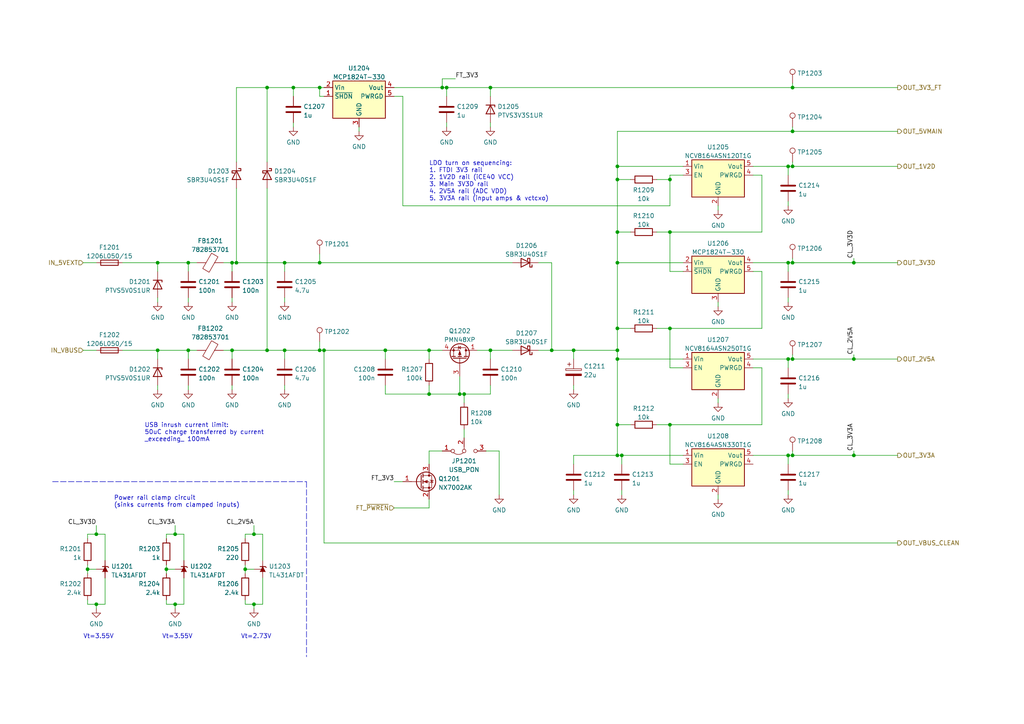
<source format=kicad_sch>
(kicad_sch (version 20211123) (generator eeschema)
  (paper "A4")
  (lib_symbols
    (symbol "Connector:TestPoint" (pin_numbers hide) (pin_names (offset 0.762) hide)
      (property "Reference" "TP" (at 0 6.858 0))
      (property "Value" "TestPoint" (at 0 5.08 0))
      (symbol "TestPoint_0_1"
        (circle (center 0 3.302) (radius 0.762))
      )
      (symbol "TestPoint_1_1"
        (pin passive line (at 0 0 90) (length 2.54) (name "1") (number "1"))
      )
    )
    (symbol "Device:C" (pin_numbers hide) (pin_names (offset 0.254))
      (property "Reference" "C" (at 0.635 2.54 0))
      (property "Value" "C" (at 0.635 -2.54 0))
      (symbol "C_0_1"
        (polyline (pts (xy -2.032 -0.762) (xy 2.032 -0.762)) (stroke (width 0.508)))
        (polyline (pts (xy -2.032 0.762) (xy 2.032 0.762)) (stroke (width 0.508)))
      )
      (symbol "C_1_1"
        (pin passive line (at 0 3.81 270) (length 2.794) (name "~") (number "1"))
        (pin passive line (at 0 -3.81 90) (length 2.794) (name "~") (number "2"))
      )
    )
    (symbol "Device:C_Polarized" (pin_numbers hide) (pin_names (offset 0.254))
      (property "Reference" "C" (at 0.635 2.54 0))
      (property "Value" "C_Polarized" (at 0.635 -2.54 0))
      (symbol "C_Polarized_0_1"
        (rectangle (start -2.286 0.508) (end 2.286 1.016))
        (polyline (pts (xy -1.778 2.286) (xy -0.762 2.286)))
        (polyline (pts (xy -1.27 2.794) (xy -1.27 1.778)))
        (rectangle (start 2.286 -0.508) (end -2.286 -1.016) (fill (type outline)))
      )
      (symbol "C_Polarized_1_1"
        (pin passive line (at 0 3.81 270) (length 2.794) (name "~") (number "1"))
        (pin passive line (at 0 -3.81 90) (length 2.794) (name "~") (number "2"))
      )
    )
    (symbol "Device:D_Schottky" (pin_numbers hide) (pin_names (offset 1.016) hide)
      (property "Reference" "D" (at 0 2.54 0))
      (property "Value" "D_Schottky" (at 0 -2.54 0))
      (symbol "D_Schottky_0_1"
        (polyline (pts (xy 1.27 0) (xy -1.27 0)))
        (polyline (pts (xy 1.27 1.27) (xy 1.27 -1.27) (xy -1.27 0) (xy 1.27 1.27)) (stroke (width 0.254)))
        (polyline (pts (xy -1.905 0.635) (xy -1.905 1.27) (xy -1.27 1.27) (xy -1.27 -1.27) (xy -0.635 -1.27) (xy -0.635 -0.635)) (stroke (width 0.254)))
      )
      (symbol "D_Schottky_1_1"
        (pin passive line (at -3.81 0 0) (length 2.54) (name "K") (number "1"))
        (pin passive line (at 3.81 0 180) (length 2.54) (name "A") (number "2"))
      )
    )
    (symbol "Device:D_Zener" (pin_numbers hide) (pin_names (offset 1.016) hide)
      (property "Reference" "D" (at 0 2.54 0))
      (property "Value" "D_Zener" (at 0 -2.54 0))
      (symbol "D_Zener_0_1"
        (polyline (pts (xy 1.27 0) (xy -1.27 0)))
        (polyline (pts (xy -1.27 -1.27) (xy -1.27 1.27) (xy -0.762 1.27)) (stroke (width 0.254)))
        (polyline (pts (xy 1.27 -1.27) (xy 1.27 1.27) (xy -1.27 0) (xy 1.27 -1.27)) (stroke (width 0.254)))
      )
      (symbol "D_Zener_1_1"
        (pin passive line (at -3.81 0 0) (length 2.54) (name "K") (number "1"))
        (pin passive line (at 3.81 0 180) (length 2.54) (name "A") (number "2"))
      )
    )
    (symbol "Device:FerriteBead" (pin_numbers hide) (pin_names (offset 0))
      (property "Reference" "FB" (at -3.81 0.635 90))
      (property "Value" "FerriteBead" (at 3.81 0 90))
      (symbol "FerriteBead_0_1"
        (polyline (pts (xy 0 -1.27) (xy 0 -1.2192)))
        (polyline (pts (xy 0 1.27) (xy 0 1.2954)))
        (polyline (pts (xy -2.7686 0.4064) (xy -1.7018 2.2606) (xy 2.7686 -0.3048) (xy 1.6764 -2.159) (xy -2.7686 0.4064)))
      )
      (symbol "FerriteBead_1_1"
        (pin passive line (at 0 3.81 270) (length 2.54) (name "~") (number "1"))
        (pin passive line (at 0 -3.81 90) (length 2.54) (name "~") (number "2"))
      )
    )
    (symbol "Device:Fuse" (pin_numbers hide) (pin_names (offset 0))
      (property "Reference" "F" (at 2.032 0 90))
      (property "Value" "Fuse" (at -1.905 0 90))
      (symbol "Fuse_0_1"
        (rectangle (start -0.762 -2.54) (end 0.762 2.54) (stroke (width 0.254)))
        (polyline (pts (xy 0 2.54) (xy 0 -2.54)))
      )
      (symbol "Fuse_1_1"
        (pin passive line (at 0 3.81 270) (length 1.27) (name "~") (number "1"))
        (pin passive line (at 0 -3.81 90) (length 1.27) (name "~") (number "2"))
      )
    )
    (symbol "Device:R" (pin_numbers hide) (pin_names (offset 0))
      (property "Reference" "R" (at 2.032 0 90))
      (property "Value" "R" (at 0 0 90))
      (symbol "R_0_1"
        (rectangle (start -1.016 -2.54) (end 1.016 2.54) (stroke (width 0.254)))
      )
      (symbol "R_1_1"
        (pin passive line (at 0 3.81 270) (length 1.27) (name "~") (number "1"))
        (pin passive line (at 0 -3.81 90) (length 1.27) (name "~") (number "2"))
      )
    )
    (symbol "Jumper:Jumper_3_Bridged12" (pin_names (offset 0) hide)
      (property "Reference" "JP" (at -2.54 -2.54 0))
      (property "Value" "Jumper_3_Bridged12" (at 0 2.794 0))
      (symbol "Jumper_3_Bridged12_0_0"
        (circle (center -3.302 0) (radius 0.508))
        (circle (center 0 0) (radius 0.508))
        (circle (center 3.302 0) (radius 0.508))
      )
      (symbol "Jumper_3_Bridged12_0_1"
        (arc (start -0.254 0.508) (mid -1.651 0.9912) (end -3.048 0.508))
        (polyline (pts (xy 0 -1.27) (xy 0 -0.508)))
      )
      (symbol "Jumper_3_Bridged12_1_1"
        (pin passive line (at -6.35 0 0) (length 2.54) (name "A") (number "1"))
        (pin passive line (at 0 -3.81 90) (length 2.54) (name "C") (number "2"))
        (pin passive line (at 6.35 0 180) (length 2.54) (name "B") (number "3"))
      )
    )
    (symbol "Reference_Voltage:TL431DBZ" (pin_numbers hide) (pin_names hide)
      (property "Reference" "U" (at -2.54 2.54 0))
      (property "Value" "TL431DBZ" (at 0 -2.54 0))
      (symbol "TL431DBZ_0_1"
        (polyline (pts (xy -1.27 0) (xy 0 0) (xy 1.27 0)))
        (polyline (pts (xy -0.762 0.762) (xy 0.762 0) (xy -0.762 -0.762)) (fill (type outline)))
        (polyline (pts (xy 0.508 -1.016) (xy 0.762 -0.762) (xy 0.762 0.762) (xy 0.762 0.762)) (stroke (width 0.254)))
      )
      (symbol "TL431DBZ_1_1"
        (pin passive line (at 2.54 0 180) (length 2.54) (name "K") (number "1"))
        (pin passive line (at 0 2.54 270) (length 2.54) (name "REF") (number "2"))
        (pin passive line (at -2.54 0 0) (length 2.54) (name "A") (number "3"))
      )
    )
    (symbol "Transistor_FET:2N7002" (pin_names hide)
      (property "Reference" "Q" (at 5.08 1.905 0))
      (property "Value" "2N7002" (at 5.08 0 0))
      (symbol "2N7002_0_1"
        (polyline (pts (xy 0.254 0) (xy -2.54 0)))
        (polyline (pts (xy 0.254 1.905) (xy 0.254 -1.905)) (stroke (width 0.254)))
        (polyline (pts (xy 0.762 -1.27) (xy 0.762 -2.286)) (stroke (width 0.254)))
        (polyline (pts (xy 0.762 0.508) (xy 0.762 -0.508)) (stroke (width 0.254)))
        (polyline (pts (xy 0.762 2.286) (xy 0.762 1.27)) (stroke (width 0.254)))
        (polyline (pts (xy 2.54 2.54) (xy 2.54 1.778)))
        (polyline (pts (xy 2.54 -2.54) (xy 2.54 0) (xy 0.762 0)))
        (polyline (pts (xy 0.762 -1.778) (xy 3.302 -1.778) (xy 3.302 1.778) (xy 0.762 1.778)))
        (polyline (pts (xy 1.016 0) (xy 2.032 0.381) (xy 2.032 -0.381) (xy 1.016 0)) (fill (type outline)))
        (polyline (pts (xy 2.794 0.508) (xy 2.921 0.381) (xy 3.683 0.381) (xy 3.81 0.254)))
        (polyline (pts (xy 3.302 0.381) (xy 2.921 -0.254) (xy 3.683 -0.254) (xy 3.302 0.381)))
        (circle (center 1.651 0) (radius 2.794) (stroke (width 0.254)))
        (circle (center 2.54 -1.778) (radius 0.254) (fill (type outline)))
        (circle (center 2.54 1.778) (radius 0.254) (fill (type outline)))
      )
      (symbol "2N7002_1_1"
        (pin input line (at -5.08 0 0) (length 2.54) (name "G") (number "1"))
        (pin passive line (at 2.54 -5.08 90) (length 2.54) (name "S") (number "2"))
        (pin passive line (at 2.54 5.08 270) (length 2.54) (name "D") (number "3"))
      )
    )
    (symbol "Transistor_FET:PMN48XP" (pin_names hide)
      (property "Reference" "Q" (at 5.08 2.54 0))
      (property "Value" "PMN48XP" (at 5.08 0 0))
      (symbol "PMN48XP_0_1"
        (polyline (pts (xy 0.254 0) (xy -2.54 0)))
        (polyline (pts (xy 0.254 1.905) (xy 0.254 -1.905)) (stroke (width 0.254)))
        (polyline (pts (xy 0.762 -1.27) (xy 0.762 -2.286)) (stroke (width 0.254)))
        (polyline (pts (xy 0.762 0.508) (xy 0.762 -0.508)) (stroke (width 0.254)))
        (polyline (pts (xy 0.762 2.286) (xy 0.762 1.27)) (stroke (width 0.254)))
        (polyline (pts (xy 2.54 2.54) (xy 2.54 1.778)))
        (polyline (pts (xy 2.54 -2.54) (xy 2.54 0) (xy 0.762 0)))
        (polyline (pts (xy 0.762 1.778) (xy 3.302 1.778) (xy 3.302 -1.778) (xy 0.762 -1.778)))
        (polyline (pts (xy 2.286 0) (xy 1.27 0.381) (xy 1.27 -0.381) (xy 2.286 0)) (fill (type outline)))
        (polyline (pts (xy 2.794 -0.508) (xy 2.921 -0.381) (xy 3.683 -0.381) (xy 3.81 -0.254)))
        (polyline (pts (xy 3.302 -0.381) (xy 2.921 0.254) (xy 3.683 0.254) (xy 3.302 -0.381)))
        (circle (center 1.651 0) (radius 2.794) (stroke (width 0.254)))
        (circle (center 2.54 -1.778) (radius 0.254) (fill (type outline)))
        (circle (center 2.54 1.778) (radius 0.254) (fill (type outline)))
      )
      (symbol "PMN48XP_1_1"
        (pin passive line (at 2.54 5.08 270) (length 2.54) (name "D") (number "1"))
        (pin passive line (at 2.54 5.08 270) (length 2.54) hide (name "D") (number "2"))
        (pin passive line (at -5.08 0 0) (length 2.54) (name "G") (number "3"))
        (pin passive line (at 2.54 -5.08 90) (length 2.54) (name "S") (number "4"))
        (pin passive line (at 2.54 5.08 270) (length 2.54) hide (name "D") (number "5"))
        (pin passive line (at 2.54 5.08 270) (length 2.54) hide (name "D") (number "6"))
      )
    )
    (symbol "power:GND" (power) (pin_names (offset 0))
      (property "Value" "GND" (at 0 -3.81 0))
      (symbol "GND_0_1"
        (polyline (pts (xy 0 0) (xy 0 -1.27) (xy 1.27 -1.27) (xy 0 -2.54) (xy -1.27 -1.27) (xy 0 -1.27)))
      )
      (symbol "GND_1_1"
        (pin power_in line (at 0 0 270) (length 0) hide (name "GND") (number "1"))
      )
    )
    (symbol "symbols:MCP1825"
      (property "Reference" "U" (at -6.35 3.175 0))
      (property "Value" "MCP1825" (at -2.54 3.175 0))
      (symbol "MCP1825_0_1"
        (rectangle (start -7.62 1.905) (end 7.62 -8.89) (stroke (width 0.254)) (fill (type background)))
      )
      (symbol "MCP1825_1_1"
        (pin input line (at -10.16 -2.54 0) (length 2.54) (name "~{SHDN}") (number "1"))
        (pin power_in line (at -10.16 0 0) (length 2.54) (name "Vin") (number "2"))
        (pin power_in line (at 0 -11.43 90) (length 2.54) (name "GND") (number "3"))
        (pin power_out line (at 10.16 0 180) (length 2.54) (name "Vout") (number "4"))
        (pin output line (at 10.16 -2.54 180) (length 2.54) (name "PWRGD") (number "5"))
        (pin power_in line (at 0 -11.43 90) (length 2.54) hide (name "GND") (number "6"))
      )
    )
    (symbol "symbols:NCV8164"
      (property "Reference" "U" (at -6.35 3.175 0))
      (property "Value" "NCV8164" (at -0.254 3.302 0))
      (symbol "NCV8164_0_1"
        (rectangle (start -7.62 1.905) (end 7.62 -8.89) (stroke (width 0.254)) (fill (type background)))
      )
      (symbol "NCV8164_1_1"
        (pin power_in line (at -10.16 0 0) (length 2.54) (name "Vin") (number "1"))
        (pin power_in line (at 0 -11.43 90) (length 2.54) (name "GND") (number "2"))
        (pin input line (at -10.16 -2.54 0) (length 2.54) (name "EN") (number "3"))
        (pin output line (at 10.16 -2.54 180) (length 2.54) (name "PWRGD") (number "4"))
        (pin power_out line (at 10.16 0 180) (length 2.54) (name "Vout") (number "5"))
      )
    )
  )
  (junction (at 111.76 101.6))
  (junction (at 27.94 175.26))
  (junction (at 179.07 123.19))
  (junction (at 179.07 52.07))
  (junction (at 82.55 101.6))
  (junction (at 73.66 154.94))
  (junction (at 179.07 132.08))
  (junction (at 228.6 104.14))
  (junction (at 92.71 101.6))
  (junction (at 194.31 52.07))
  (junction (at 85.09 25.4))
  (junction (at 77.47 101.6))
  (junction (at 134.62 114.3))
  (junction (at 194.31 95.25))
  (junction (at 27.94 154.94))
  (junction (at 194.31 123.19))
  (junction (at 228.6 76.2))
  (junction (at 229.87 48.26))
  (junction (at 50.8 154.94))
  (junction (at 50.8 175.26))
  (junction (at 179.07 101.6))
  (junction (at 179.07 95.25))
  (junction (at 73.66 175.26))
  (junction (at 133.35 114.3))
  (junction (at 228.6 48.26))
  (junction (at 229.87 104.14))
  (junction (at 166.37 101.6))
  (junction (at 160.02 101.6))
  (junction (at 77.47 25.4))
  (junction (at 180.34 132.08))
  (junction (at 247.65 76.2))
  (junction (at 67.31 76.2))
  (junction (at 54.61 76.2))
  (junction (at 128.27 25.4))
  (junction (at 129.54 25.4))
  (junction (at 229.87 76.2))
  (junction (at 45.72 76.2))
  (junction (at 247.65 132.08))
  (junction (at 229.87 132.08))
  (junction (at 229.87 38.1))
  (junction (at 124.46 101.6))
  (junction (at 71.12 165.1))
  (junction (at 93.98 101.6))
  (junction (at 68.58 76.2))
  (junction (at 124.46 114.3))
  (junction (at 229.87 25.4))
  (junction (at 179.07 104.14))
  (junction (at 92.71 76.2))
  (junction (at 45.72 101.6))
  (junction (at 48.26 165.1))
  (junction (at 247.65 104.14))
  (junction (at 67.31 101.6))
  (junction (at 179.07 48.26))
  (junction (at 142.24 101.6))
  (junction (at 25.4 165.1))
  (junction (at 142.24 25.4))
  (junction (at 179.07 76.2))
  (junction (at 54.61 101.6))
  (junction (at 179.07 67.31))
  (junction (at 228.6 132.08))
  (junction (at 194.31 67.31))
  (junction (at 92.71 25.4))
  (junction (at 82.55 76.2))
  (wire (pts (xy 208.28 115.57) (xy 208.28 116.84)))
  (wire (pts (xy 27.94 152.4) (xy 27.94 154.94)))
  (wire (pts (xy 54.61 76.2) (xy 57.15 76.2)))
  (wire (pts (xy 50.8 154.94) (xy 53.34 154.94)))
  (wire (pts (xy 76.2 154.94) (xy 76.2 162.56)))
  (wire (pts (xy 67.31 101.6) (xy 67.31 104.14)))
  (wire (pts (xy 114.3 139.7) (xy 116.84 139.7)))
  (wire (pts (xy 142.24 114.3) (xy 134.62 114.3)))
  (wire (pts (xy 229.87 76.2) (xy 247.65 76.2)))
  (wire (pts (xy 220.98 123.19) (xy 194.31 123.19)))
  (wire (pts (xy 144.78 130.81) (xy 144.78 143.51)))
  (wire (pts (xy 228.6 114.3) (xy 228.6 115.57)))
  (wire (pts (xy 142.24 25.4) (xy 142.24 27.94)))
  (wire (pts (xy 24.13 101.6) (xy 27.94 101.6)))
  (wire (pts (xy 71.12 163.83) (xy 71.12 165.1)))
  (wire (pts (xy 194.31 95.25) (xy 220.98 95.25)))
  (wire (pts (xy 82.55 86.36) (xy 82.55 87.63)))
  (wire (pts (xy 218.44 50.8) (xy 220.98 50.8)))
  (wire (pts (xy 134.62 114.3) (xy 134.62 116.84)))
  (wire (pts (xy 30.48 175.26) (xy 30.48 167.64)))
  (wire (pts (xy 208.28 59.69) (xy 208.28 60.96)))
  (wire (pts (xy 228.6 58.42) (xy 228.6 59.69)))
  (wire (pts (xy 64.77 76.2) (xy 67.31 76.2)))
  (wire (pts (xy 30.48 154.94) (xy 30.48 162.56)))
  (wire (pts (xy 180.34 142.24) (xy 180.34 143.51)))
  (wire (pts (xy 48.26 165.1) (xy 48.26 166.37)))
  (wire (pts (xy 92.71 76.2) (xy 148.59 76.2)))
  (wire (pts (xy 128.27 130.81) (xy 124.46 130.81)))
  (wire (pts (xy 45.72 101.6) (xy 45.72 104.14)))
  (wire (pts (xy 228.6 76.2) (xy 229.87 76.2)))
  (wire (pts (xy 220.98 106.68) (xy 220.98 123.19)))
  (wire (pts (xy 85.09 25.4) (xy 92.71 25.4)))
  (wire (pts (xy 128.27 25.4) (xy 129.54 25.4)))
  (polyline (pts (xy 15.24 139.7) (xy 88.9 139.7)))
  (wire (pts (xy 179.07 95.25) (xy 182.88 95.25)))
  (wire (pts (xy 160.02 76.2) (xy 160.02 101.6)))
  (wire (pts (xy 190.5 95.25) (xy 194.31 95.25)))
  (wire (pts (xy 64.77 101.6) (xy 67.31 101.6)))
  (wire (pts (xy 179.07 38.1) (xy 229.87 38.1)))
  (wire (pts (xy 124.46 147.32) (xy 124.46 144.78)))
  (wire (pts (xy 190.5 123.19) (xy 194.31 123.19)))
  (wire (pts (xy 229.87 104.14) (xy 247.65 104.14)))
  (wire (pts (xy 124.46 114.3) (xy 133.35 114.3)))
  (wire (pts (xy 67.31 86.36) (xy 67.31 87.63)))
  (wire (pts (xy 142.24 101.6) (xy 142.24 104.14)))
  (wire (pts (xy 166.37 111.76) (xy 166.37 113.03)))
  (wire (pts (xy 25.4 173.99) (xy 25.4 175.26)))
  (wire (pts (xy 124.46 111.76) (xy 124.46 114.3)))
  (wire (pts (xy 166.37 101.6) (xy 166.37 104.14)))
  (wire (pts (xy 111.76 101.6) (xy 124.46 101.6)))
  (wire (pts (xy 54.61 101.6) (xy 54.61 104.14)))
  (wire (pts (xy 50.8 152.4) (xy 50.8 154.94)))
  (wire (pts (xy 68.58 46.99) (xy 68.58 25.4)))
  (wire (pts (xy 124.46 130.81) (xy 124.46 134.62)))
  (wire (pts (xy 179.07 38.1) (xy 179.07 48.26)))
  (wire (pts (xy 208.28 87.63) (xy 208.28 88.9)))
  (wire (pts (xy 85.09 27.94) (xy 85.09 25.4)))
  (wire (pts (xy 220.98 50.8) (xy 220.98 67.31)))
  (wire (pts (xy 228.6 104.14) (xy 229.87 104.14)))
  (wire (pts (xy 82.55 76.2) (xy 82.55 78.74)))
  (wire (pts (xy 111.76 114.3) (xy 124.46 114.3)))
  (wire (pts (xy 228.6 76.2) (xy 228.6 78.74)))
  (wire (pts (xy 156.21 76.2) (xy 160.02 76.2)))
  (wire (pts (xy 82.55 76.2) (xy 92.71 76.2)))
  (wire (pts (xy 179.07 101.6) (xy 179.07 104.14)))
  (wire (pts (xy 229.87 130.81) (xy 229.87 132.08)))
  (wire (pts (xy 194.31 106.68) (xy 194.31 95.25)))
  (wire (pts (xy 92.71 25.4) (xy 93.98 25.4)))
  (wire (pts (xy 124.46 101.6) (xy 124.46 104.14)))
  (wire (pts (xy 129.54 25.4) (xy 142.24 25.4)))
  (wire (pts (xy 208.28 143.51) (xy 208.28 144.78)))
  (wire (pts (xy 218.44 106.68) (xy 220.98 106.68)))
  (wire (pts (xy 140.97 130.81) (xy 144.78 130.81)))
  (wire (pts (xy 73.66 175.26) (xy 73.66 176.53)))
  (wire (pts (xy 92.71 99.06) (xy 92.71 101.6)))
  (wire (pts (xy 180.34 132.08) (xy 180.34 134.62)))
  (wire (pts (xy 142.24 25.4) (xy 229.87 25.4)))
  (wire (pts (xy 220.98 78.74) (xy 220.98 95.25)))
  (wire (pts (xy 48.26 175.26) (xy 50.8 175.26)))
  (wire (pts (xy 179.07 104.14) (xy 179.07 123.19)))
  (wire (pts (xy 68.58 54.61) (xy 68.58 76.2)))
  (wire (pts (xy 114.3 25.4) (xy 128.27 25.4)))
  (wire (pts (xy 194.31 67.31) (xy 194.31 78.74)))
  (wire (pts (xy 133.35 109.22) (xy 133.35 114.3)))
  (wire (pts (xy 67.31 101.6) (xy 77.47 101.6)))
  (wire (pts (xy 82.55 111.76) (xy 82.55 113.03)))
  (wire (pts (xy 218.44 78.74) (xy 220.98 78.74)))
  (wire (pts (xy 229.87 102.87) (xy 229.87 104.14)))
  (wire (pts (xy 179.07 76.2) (xy 198.12 76.2)))
  (wire (pts (xy 25.4 154.94) (xy 27.94 154.94)))
  (wire (pts (xy 260.35 157.48) (xy 93.98 157.48)))
  (wire (pts (xy 71.12 173.99) (xy 71.12 175.26)))
  (wire (pts (xy 166.37 132.08) (xy 166.37 134.62)))
  (wire (pts (xy 68.58 76.2) (xy 82.55 76.2)))
  (wire (pts (xy 104.14 36.83) (xy 104.14 38.1)))
  (wire (pts (xy 54.61 76.2) (xy 54.61 78.74)))
  (wire (pts (xy 134.62 114.3) (xy 133.35 114.3)))
  (wire (pts (xy 247.65 104.14) (xy 260.35 104.14)))
  (polyline (pts (xy 88.9 139.7) (xy 88.9 190.5)))
  (wire (pts (xy 45.72 76.2) (xy 54.61 76.2)))
  (wire (pts (xy 228.6 132.08) (xy 229.87 132.08)))
  (wire (pts (xy 76.2 175.26) (xy 76.2 167.64)))
  (wire (pts (xy 179.07 76.2) (xy 179.07 95.25)))
  (wire (pts (xy 229.87 24.13) (xy 229.87 25.4)))
  (wire (pts (xy 68.58 25.4) (xy 77.47 25.4)))
  (wire (pts (xy 48.26 165.1) (xy 50.8 165.1)))
  (wire (pts (xy 166.37 101.6) (xy 179.07 101.6)))
  (wire (pts (xy 53.34 154.94) (xy 53.34 162.56)))
  (wire (pts (xy 85.09 35.56) (xy 85.09 36.83)))
  (wire (pts (xy 142.24 101.6) (xy 148.59 101.6)))
  (wire (pts (xy 229.87 36.83) (xy 229.87 38.1)))
  (wire (pts (xy 82.55 101.6) (xy 92.71 101.6)))
  (wire (pts (xy 218.44 48.26) (xy 228.6 48.26)))
  (wire (pts (xy 111.76 101.6) (xy 111.76 104.14)))
  (wire (pts (xy 77.47 25.4) (xy 85.09 25.4)))
  (wire (pts (xy 92.71 73.66) (xy 92.71 76.2)))
  (wire (pts (xy 247.65 130.81) (xy 247.65 132.08)))
  (wire (pts (xy 124.46 101.6) (xy 128.27 101.6)))
  (wire (pts (xy 218.44 132.08) (xy 228.6 132.08)))
  (wire (pts (xy 179.07 67.31) (xy 179.07 76.2)))
  (wire (pts (xy 93.98 101.6) (xy 93.98 157.48)))
  (wire (pts (xy 48.26 173.99) (xy 48.26 175.26)))
  (wire (pts (xy 25.4 163.83) (xy 25.4 165.1)))
  (wire (pts (xy 179.07 48.26) (xy 198.12 48.26)))
  (wire (pts (xy 166.37 142.24) (xy 166.37 143.51)))
  (wire (pts (xy 194.31 52.07) (xy 194.31 59.69)))
  (wire (pts (xy 229.87 25.4) (xy 260.35 25.4)))
  (wire (pts (xy 218.44 104.14) (xy 228.6 104.14)))
  (wire (pts (xy 229.87 132.08) (xy 247.65 132.08)))
  (wire (pts (xy 116.84 59.69) (xy 194.31 59.69)))
  (wire (pts (xy 179.07 52.07) (xy 182.88 52.07)))
  (wire (pts (xy 27.94 154.94) (xy 30.48 154.94)))
  (wire (pts (xy 142.24 35.56) (xy 142.24 36.83)))
  (wire (pts (xy 114.3 147.32) (xy 124.46 147.32)))
  (wire (pts (xy 190.5 67.31) (xy 194.31 67.31)))
  (wire (pts (xy 53.34 175.26) (xy 53.34 167.64)))
  (wire (pts (xy 77.47 54.61) (xy 77.47 101.6)))
  (wire (pts (xy 179.07 95.25) (xy 179.07 101.6)))
  (wire (pts (xy 93.98 27.94) (xy 92.71 27.94)))
  (wire (pts (xy 71.12 165.1) (xy 73.66 165.1)))
  (wire (pts (xy 198.12 106.68) (xy 194.31 106.68)))
  (wire (pts (xy 220.98 67.31) (xy 194.31 67.31)))
  (wire (pts (xy 48.26 154.94) (xy 50.8 154.94)))
  (wire (pts (xy 142.24 111.76) (xy 142.24 114.3)))
  (wire (pts (xy 114.3 27.94) (xy 116.84 27.94)))
  (wire (pts (xy 77.47 101.6) (xy 82.55 101.6)))
  (wire (pts (xy 92.71 27.94) (xy 92.71 25.4)))
  (wire (pts (xy 116.84 27.94) (xy 116.84 59.69)))
  (wire (pts (xy 194.31 50.8) (xy 198.12 50.8)))
  (wire (pts (xy 180.34 132.08) (xy 198.12 132.08)))
  (wire (pts (xy 228.6 48.26) (xy 228.6 50.8)))
  (wire (pts (xy 50.8 175.26) (xy 50.8 176.53)))
  (wire (pts (xy 24.13 76.2) (xy 27.94 76.2)))
  (wire (pts (xy 179.07 123.19) (xy 179.07 132.08)))
  (wire (pts (xy 25.4 165.1) (xy 27.94 165.1)))
  (wire (pts (xy 179.07 123.19) (xy 182.88 123.19)))
  (wire (pts (xy 229.87 46.99) (xy 229.87 48.26)))
  (wire (pts (xy 166.37 132.08) (xy 179.07 132.08)))
  (wire (pts (xy 71.12 156.21) (xy 71.12 154.94)))
  (wire (pts (xy 179.07 52.07) (xy 179.07 67.31)))
  (wire (pts (xy 45.72 86.36) (xy 45.72 87.63)))
  (wire (pts (xy 67.31 76.2) (xy 67.31 78.74)))
  (wire (pts (xy 194.31 50.8) (xy 194.31 52.07)))
  (wire (pts (xy 129.54 35.56) (xy 129.54 36.83)))
  (wire (pts (xy 228.6 48.26) (xy 229.87 48.26)))
  (wire (pts (xy 111.76 111.76) (xy 111.76 114.3)))
  (wire (pts (xy 228.6 104.14) (xy 228.6 106.68)))
  (wire (pts (xy 247.65 102.87) (xy 247.65 104.14)))
  (wire (pts (xy 93.98 101.6) (xy 111.76 101.6)))
  (wire (pts (xy 138.43 101.6) (xy 142.24 101.6)))
  (wire (pts (xy 27.94 175.26) (xy 30.48 175.26)))
  (wire (pts (xy 77.47 46.99) (xy 77.47 25.4)))
  (wire (pts (xy 194.31 78.74) (xy 198.12 78.74)))
  (wire (pts (xy 128.27 22.86) (xy 128.27 25.4)))
  (wire (pts (xy 73.66 154.94) (xy 76.2 154.94)))
  (wire (pts (xy 179.07 48.26) (xy 179.07 52.07)))
  (wire (pts (xy 179.07 67.31) (xy 182.88 67.31)))
  (wire (pts (xy 35.56 101.6) (xy 45.72 101.6)))
  (wire (pts (xy 92.71 101.6) (xy 93.98 101.6)))
  (wire (pts (xy 228.6 132.08) (xy 228.6 134.62)))
  (wire (pts (xy 228.6 86.36) (xy 228.6 87.63)))
  (wire (pts (xy 50.8 175.26) (xy 53.34 175.26)))
  (wire (pts (xy 179.07 132.08) (xy 180.34 132.08)))
  (wire (pts (xy 73.66 175.26) (xy 76.2 175.26)))
  (wire (pts (xy 156.21 101.6) (xy 160.02 101.6)))
  (wire (pts (xy 194.31 123.19) (xy 194.31 134.62)))
  (wire (pts (xy 35.56 76.2) (xy 45.72 76.2)))
  (wire (pts (xy 54.61 101.6) (xy 57.15 101.6)))
  (wire (pts (xy 160.02 101.6) (xy 166.37 101.6)))
  (wire (pts (xy 54.61 86.36) (xy 54.61 87.63)))
  (wire (pts (xy 48.26 156.21) (xy 48.26 154.94)))
  (wire (pts (xy 48.26 163.83) (xy 48.26 165.1)))
  (wire (pts (xy 25.4 165.1) (xy 25.4 166.37)))
  (wire (pts (xy 67.31 111.76) (xy 67.31 113.03)))
  (wire (pts (xy 71.12 154.94) (xy 73.66 154.94)))
  (wire (pts (xy 247.65 132.08) (xy 260.35 132.08)))
  (wire (pts (xy 218.44 76.2) (xy 228.6 76.2)))
  (wire (pts (xy 179.07 104.14) (xy 198.12 104.14)))
  (wire (pts (xy 54.61 111.76) (xy 54.61 113.03)))
  (wire (pts (xy 45.72 76.2) (xy 45.72 78.74)))
  (wire (pts (xy 134.62 124.46) (xy 134.62 127)))
  (wire (pts (xy 247.65 76.2) (xy 260.35 76.2)))
  (wire (pts (xy 229.87 74.93) (xy 229.87 76.2)))
  (wire (pts (xy 45.72 101.6) (xy 54.61 101.6)))
  (wire (pts (xy 25.4 175.26) (xy 27.94 175.26)))
  (wire (pts (xy 229.87 48.26) (xy 260.35 48.26)))
  (wire (pts (xy 190.5 52.07) (xy 194.31 52.07)))
  (wire (pts (xy 260.35 38.1) (xy 229.87 38.1)))
  (wire (pts (xy 247.65 74.93) (xy 247.65 76.2)))
  (wire (pts (xy 82.55 101.6) (xy 82.55 104.14)))
  (wire (pts (xy 71.12 165.1) (xy 71.12 166.37)))
  (wire (pts (xy 194.31 134.62) (xy 198.12 134.62)))
  (wire (pts (xy 71.12 175.26) (xy 73.66 175.26)))
  (wire (pts (xy 45.72 111.76) (xy 45.72 113.03)))
  (wire (pts (xy 129.54 25.4) (xy 129.54 27.94)))
  (wire (pts (xy 132.08 22.86) (xy 128.27 22.86)))
  (wire (pts (xy 25.4 156.21) (xy 25.4 154.94)))
  (wire (pts (xy 228.6 142.24) (xy 228.6 143.51)))
  (wire (pts (xy 73.66 152.4) (xy 73.66 154.94)))
  (wire (pts (xy 27.94 175.26) (xy 27.94 176.53)))
  (wire (pts (xy 67.31 76.2) (xy 68.58 76.2)))
  (text "Vt=3.55V" (at 24.13 185.42 0) (effects (font (size 1.27 1.27)) (justify left bottom)))
  (text "Vt=2.73V" (at 69.85 185.42 0) (effects (font (size 1.27 1.27)) (justify left bottom)))
  (text "USB inrush current limit:\n50uC charge transferred by current\n_exceeding_ 100mA" (at 41.91 128.27 0) (effects (font (size 1.27 1.27)) (justify left bottom)))
  (text "Power rail clamp circuit\n(sinks currents from clamped inputs)" (at 33.02 147.32 0) (effects (font (size 1.27 1.27)) (justify left bottom)))
  (text "LDO turn on sequencing:\n1. FTDI 3V3 rail\n2. 1V2D rail (iCE40 VCC)\n3. Main 3V3D rail\n4. 2V5A rail (ADC VDD)\n5. 3V3A rail (input amps & vctcxo)" (at 124.46 58.42 0) (effects (font (size 1.27 1.27)) (justify left bottom)))
  (text "Vt=3.55V" (at 46.99 185.42 0) (effects (font (size 1.27 1.27)) (justify left bottom)))
  (label "FT_3V3" (at 114.3 139.7 180))
  (label "CL_3V3A" (at 247.65 130.81 90))
  (label "CL_3V3A" (at 50.8 152.4 180))
  (label "CL_2V5A" (at 73.66 152.4 180))
  (label "CL_3V3D" (at 27.94 152.4 180))
  (label "CL_2V5A" (at 247.65 102.87 90))
  (label "CL_3V3D" (at 247.65 74.93 90))
  (label "FT_3V3" (at 132.08 22.86 0))
  (hierarchical_label "IN_VBUS" (shape input) (at 24.13 101.6 180))
  (hierarchical_label "OUT_3V3D" (shape output) (at 260.35 76.2 0))
  (hierarchical_label "OUT_1V2D" (shape output) (at 260.35 48.26 0))
  (hierarchical_label "IN_5VEXT" (shape input) (at 24.13 76.2 180))
  (hierarchical_label "OUT_3V3_FT" (shape output) (at 260.35 25.4 0))
  (hierarchical_label "OUT_5VMAIN" (shape output) (at 260.35 38.1 0))
  (hierarchical_label "OUT_VBUS_CLEAN" (shape output) (at 260.35 157.48 0))
  (hierarchical_label "FT_~{PWREN}" (shape input) (at 114.3 147.32 180))
  (hierarchical_label "OUT_3V3A" (shape output) (at 260.35 132.08 0))
  (hierarchical_label "OUT_2V5A" (shape output) (at 260.35 104.14 0))
  (symbol (lib_id "symbols:NCV8164") (at 208.28 132.08 0) (unit 1)
    (property "Reference" "U1208" (at 208.28 126.4752 0))
    (property "Value" "NCV8164ASN330T1G" (at 208.28 129.0121 0))
    (property "Footprint" "Package_TO_SOT_SMD:SOT-23-5" (effects hide))
    (property "Datasheet" "https://www.onsemi.com/pdf/datasheet/ncv8164-d.pdf" (effects hide))
    (property "Mfr" "onsemi" (effects hide))
    (property "Mfr PN" "NCV8164ASN330T1G" (effects hide))
  )
  (symbol (lib_id "Device:R") (at 186.69 95.25 270) (unit 1)
    (property "Reference" "R1211" (at 186.69 90.5342 90))
    (property "Value" "10k" (at 186.69 93.0711 90))
    (property "Footprint" "Resistor_SMD:R_0805_2012Metric" (effects hide))
    (property "Mfr" "Bourns" (effects hide))
    (property "Mfr PN" "CR0805-FX-1002ELF" (effects hide))
  )
  (symbol (lib_id "Device:Fuse") (at 31.75 101.6 90) (unit 1)
    (property "Reference" "F1202" (at 31.75 97.1382 90))
    (property "Value" "1206L050/15" (at 31.75 99.6751 90))
    (property "Footprint" "Fuse:Fuse_1206_3216Metric" (effects hide))
    (property "Mfr" "Littelfuse" (effects hide))
    (property "Mfr PN" "1206L050/15" (effects hide))
  )
  (symbol (lib_id "power:GND") (at 73.66 176.53 0) (unit 1)
    (property "Reference" "#PWR01209" (effects hide))
    (property "Value" "GND" (at 73.66 180.9734 0))
  )
  (symbol (lib_id "Device:R") (at 25.4 170.18 0) (unit 1)
    (property "Reference" "R1202" (at 23.6221 169.3453 0) (effects (justify right)))
    (property "Value" "2.4k" (at 23.6221 171.8822 0) (effects (justify right)))
    (property "Footprint" "Resistor_SMD:R_0805_2012Metric" (effects hide))
    (property "Mfr" "Bourns" (effects hide))
    (property "Mfr PN" "CR0805-FX-2401ELF" (effects hide))
  )
  (symbol (lib_id "symbols:MCP1825") (at 208.28 76.2 0) (unit 1)
    (property "Reference" "U1206" (at 208.28 70.5952 0))
    (property "Value" "MCP1824T-330" (at 208.28 73.1321 0))
    (property "Footprint" "Package_TO_SOT_SMD:SOT-223-6" (effects hide))
    (property "Datasheet" "http://ww1.microchip.com/downloads/en/devicedoc/22056b.pdf" (effects hide))
    (property "Mfr" "Microchip" (effects hide))
    (property "Mfr PN" "MCP1824T-3302E/DC" (effects hide))
  )
  (symbol (lib_id "power:GND") (at 208.28 88.9 0) (unit 1)
    (property "Reference" "#PWR01221" (effects hide))
    (property "Value" "GND" (at 208.28 93.3434 0))
  )
  (symbol (lib_id "Device:FerriteBead") (at 60.96 76.2 270) (unit 1)
    (property "Reference" "FB1201" (at 61.0108 69.8586 90))
    (property "Value" "782853701" (at 61.0108 72.3955 90))
    (property "Footprint" "Inductor_SMD:L_0805_2012Metric" (effects hide))
    (property "Mfr" "Wurth" (effects hide))
    (property "Mfr PN" "782853701" (effects hide))
  )
  (symbol (lib_id "Device:Fuse") (at 31.75 76.2 90) (unit 1)
    (property "Reference" "F1201" (at 31.75 71.7382 90))
    (property "Value" "1206L050/15" (at 31.75 74.2751 90))
    (property "Footprint" "Fuse:Fuse_1206_3216Metric" (effects hide))
    (property "Mfr" "Littelfuse" (effects hide))
    (property "Mfr PN" "1206L050/15" (effects hide))
  )
  (symbol (lib_id "power:GND") (at 166.37 143.51 0) (unit 1)
    (property "Reference" "#PWR01218" (effects hide))
    (property "Value" "GND" (at 166.37 147.9534 0))
  )
  (symbol (lib_id "Device:C_Polarized") (at 166.37 107.95 0) (unit 1)
    (property "Reference" "C1211" (at 169.291 106.2263 0) (effects (justify left)))
    (property "Value" "22u" (at 169.291 108.7632 0) (effects (justify left)))
    (property "Footprint" "Capacitor_SMD:CP_Elec_4x5.8" (effects hide))
    (property "Mfr" "Nichicon" (effects hide))
    (property "Mfr PN" "UCL1C220MCL6GS" (effects hide))
  )
  (symbol (lib_id "Device:C") (at 142.24 107.95 0) (unit 1)
    (property "Reference" "C1210" (at 145.161 107.1153 0) (effects (justify left)))
    (property "Value" "100n" (at 145.161 109.6522 0) (effects (justify left)))
    (property "Footprint" "Capacitor_SMD:C_0805_2012Metric" (effects hide))
    (property "Mfr" "Samsung" (effects hide))
    (property "Mfr PN" "CL21B104KBFNNNE" (effects hide))
  )
  (symbol (lib_id "Connector:TestPoint") (at 229.87 102.87 0) (unit 1)
    (property "Reference" "TP1207" (at 231.267 100.0018 0) (effects (justify left)))
    (property "Value" "TestPoint" (effects hide))
    (property "Footprint" "TestPoint:TestPoint_THTPad_D1.0mm_Drill0.5mm" (effects hide))
  )
  (symbol (lib_id "symbols:NCV8164") (at 208.28 48.26 0) (unit 1)
    (property "Reference" "U1205" (at 208.28 42.6552 0))
    (property "Value" "NCV8164ASN120T1G" (at 208.28 45.1921 0))
    (property "Footprint" "Package_TO_SOT_SMD:SOT-23-5" (effects hide))
    (property "Datasheet" "https://www.onsemi.com/pdf/datasheet/ncv8164-d.pdf" (effects hide))
    (property "Mfr" "onsemi" (effects hide))
    (property "Mfr PN" "NCV8164ASN120T1G" (effects hide))
  )
  (symbol (lib_id "Device:FerriteBead") (at 60.96 101.6 270) (unit 1)
    (property "Reference" "FB1202" (at 61.0108 95.2586 90))
    (property "Value" "782853701" (at 61.0108 97.7955 90))
    (property "Footprint" "Inductor_SMD:L_0805_2012Metric" (effects hide))
    (property "Mfr" "Wurth" (effects hide))
    (property "Mfr PN" "782853701" (effects hide))
  )
  (symbol (lib_id "power:GND") (at 67.31 113.03 0) (unit 1)
    (property "Reference" "#PWR01208" (effects hide))
    (property "Value" "GND" (at 67.31 117.4734 0))
  )
  (symbol (lib_id "Device:D_Schottky") (at 152.4 76.2 180) (unit 1)
    (property "Reference" "D1206" (at 152.7175 71.2302 0))
    (property "Value" "SBR3U40S1F" (at 152.7175 73.7671 0))
    (property "Footprint" "Diode_SMD:D_SOD-123F" (effects hide))
    (property "Mfr" "DIODES" (effects hide))
    (property "Mfr PN" "SBR3U40S1FQ-7" (effects hide))
  )
  (symbol (lib_id "symbols:NCV8164") (at 208.28 104.14 0) (unit 1)
    (property "Reference" "U1207" (at 208.28 98.5352 0))
    (property "Value" "NCV8164ASN250T1G" (at 208.28 101.0721 0))
    (property "Footprint" "Package_TO_SOT_SMD:SOT-23-5" (effects hide))
    (property "Datasheet" "https://www.onsemi.com/pdf/datasheet/ncv8164-d.pdf" (effects hide))
    (property "Mfr" "onsemi" (effects hide))
    (property "Mfr PN" "NCV8164ASN250T1G" (effects hide))
  )
  (symbol (lib_id "Connector:TestPoint") (at 92.71 99.06 0) (unit 1)
    (property "Reference" "TP1202" (at 94.107 96.1918 0) (effects (justify left)))
    (property "Value" "TestPoint" (effects hide))
    (property "Footprint" "TestPoint:TestPoint_THTPad_D1.0mm_Drill0.5mm" (effects hide))
  )
  (symbol (lib_id "Jumper:Jumper_3_Bridged12") (at 134.62 130.81 0) (mirror x) (unit 1)
    (property "Reference" "JP1201" (at 134.62 133.7046 0))
    (property "Value" "USB_PON" (at 134.62 136.2415 0))
    (property "Footprint" "Connector_PinHeader_2.54mm:PinHeader_1x03_P2.54mm_Vertical" (effects hide))
  )
  (symbol (lib_id "Device:R") (at 186.69 52.07 270) (unit 1)
    (property "Reference" "R1209" (at 186.69 55.1164 90))
    (property "Value" "10k" (at 186.69 57.6533 90))
    (property "Footprint" "Resistor_SMD:R_0805_2012Metric" (effects hide))
    (property "Mfr" "Bourns" (effects hide))
    (property "Mfr PN" "CR0805-FX-1002ELF" (effects hide))
  )
  (symbol (lib_id "power:GND") (at 67.31 87.63 0) (unit 1)
    (property "Reference" "#PWR01207" (effects hide))
    (property "Value" "GND" (at 67.31 92.0734 0))
  )
  (symbol (lib_id "Device:R") (at 71.12 170.18 0) (unit 1)
    (property "Reference" "R1206" (at 69.3421 169.3453 0) (effects (justify right)))
    (property "Value" "2.4k" (at 69.3421 171.8822 0) (effects (justify right)))
    (property "Footprint" "Resistor_SMD:R_0805_2012Metric" (effects hide))
    (property "Mfr" "Bourns" (effects hide))
    (property "Mfr PN" "CR0805-FX-2401ELF" (effects hide))
  )
  (symbol (lib_id "Device:D_Schottky") (at 68.58 50.8 270) (unit 1)
    (property "Reference" "D1203" (at 66.548 49.6478 90) (effects (justify right)))
    (property "Value" "SBR3U40S1F" (at 66.548 52.1847 90) (effects (justify right)))
    (property "Footprint" "Diode_SMD:D_SOD-123F" (effects hide))
    (property "Mfr" "DIODES" (effects hide))
    (property "Mfr PN" "SBR3U40S1FQ-7" (effects hide))
  )
  (symbol (lib_id "Reference_Voltage:TL431DBZ") (at 53.34 165.1 90) (unit 1)
    (property "Reference" "U1202" (at 55.118 164.2653 90) (effects (justify right)))
    (property "Value" "TL431AFDT" (at 55.118 166.8022 90) (effects (justify right)))
    (property "Footprint" "Package_TO_SOT_SMD:SOT-23" (effects hide))
    (property "Datasheet" "https://assets.nexperia.com/documents/data-sheet/TL431_FAM.pdf" (effects hide))
    (property "Mfr" "Nexperia" (effects hide))
    (property "Mfr PN" "TL431AFDT,215" (effects hide))
  )
  (symbol (lib_id "Device:R") (at 134.62 120.65 0) (unit 1)
    (property "Reference" "R1208" (at 136.398 119.8153 0) (effects (justify left)))
    (property "Value" "10k" (at 136.398 122.3522 0) (effects (justify left)))
    (property "Footprint" "Resistor_SMD:R_0805_2012Metric" (effects hide))
    (property "Mfr" "Bourns" (effects hide))
    (property "Mfr PN" "CR0805-FX-1002ELF" (effects hide))
  )
  (symbol (lib_id "Device:C") (at 54.61 107.95 0) (unit 1)
    (property "Reference" "C1202" (at 57.531 107.1153 0) (effects (justify left)))
    (property "Value" "100n" (at 57.531 109.6522 0) (effects (justify left)))
    (property "Footprint" "Capacitor_SMD:C_0805_2012Metric" (effects hide))
    (property "Mfr" "Samsung" (effects hide))
    (property "Mfr PN" "CL21B104KBFNNNE" (effects hide))
  )
  (symbol (lib_id "power:GND") (at 228.6 115.57 0) (unit 1)
    (property "Reference" "#PWR01226" (effects hide))
    (property "Value" "GND" (at 228.6 120.0134 0))
  )
  (symbol (lib_id "Device:C") (at 54.61 82.55 0) (unit 1)
    (property "Reference" "C1201" (at 57.531 81.7153 0) (effects (justify left)))
    (property "Value" "100n" (at 57.531 84.2522 0) (effects (justify left)))
    (property "Footprint" "Capacitor_SMD:C_0805_2012Metric" (effects hide))
    (property "Mfr" "Samsung" (effects hide))
    (property "Mfr PN" "CL21B104KBFNNNE" (effects hide))
  )
  (symbol (lib_id "Device:C") (at 228.6 110.49 0) (unit 1)
    (property "Reference" "C1216" (at 231.521 109.6553 0) (effects (justify left)))
    (property "Value" "1u" (at 231.521 112.1922 0) (effects (justify left)))
    (property "Footprint" "Capacitor_SMD:C_0805_2012Metric" (effects hide))
    (property "Mfr" "Samsung" (effects hide))
    (property "Mfr PN" "CL21B105KOFNNNG" (effects hide))
  )
  (symbol (lib_id "Device:C") (at 166.37 138.43 0) (unit 1)
    (property "Reference" "C1212" (at 169.291 137.5953 0) (effects (justify left)))
    (property "Value" "1u" (at 169.291 140.1322 0) (effects (justify left)))
    (property "Footprint" "Capacitor_SMD:C_0805_2012Metric" (effects hide))
    (property "Mfr" "Samsung" (effects hide))
    (property "Mfr PN" "CL21B105KOFNNNG" (effects hide))
  )
  (symbol (lib_id "Device:C") (at 67.31 82.55 0) (unit 1)
    (property "Reference" "C1203" (at 70.231 81.7153 0) (effects (justify left)))
    (property "Value" "100n" (at 70.231 84.2522 0) (effects (justify left)))
    (property "Footprint" "Capacitor_SMD:C_0805_2012Metric" (effects hide))
    (property "Mfr" "Samsung" (effects hide))
    (property "Mfr PN" "CL21B104KBFNNNE" (effects hide))
  )
  (symbol (lib_id "Device:D_Schottky") (at 152.4 101.6 180) (unit 1)
    (property "Reference" "D1207" (at 152.7175 96.6302 0))
    (property "Value" "SBR3U40S1F" (at 152.7175 99.1671 0))
    (property "Footprint" "Diode_SMD:D_SOD-123F" (effects hide))
    (property "Mfr" "DIODES" (effects hide))
    (property "Mfr PN" "SBR3U40S1FQ-7" (effects hide))
  )
  (symbol (lib_id "power:GND") (at 50.8 176.53 0) (unit 1)
    (property "Reference" "#PWR01204" (effects hide))
    (property "Value" "GND" (at 50.8 180.9734 0))
  )
  (symbol (lib_id "power:GND") (at 208.28 60.96 0) (unit 1)
    (property "Reference" "#PWR01220" (effects hide))
    (property "Value" "GND" (at 208.28 65.4034 0))
  )
  (symbol (lib_id "power:GND") (at 228.6 59.69 0) (unit 1)
    (property "Reference" "#PWR01224" (effects hide))
    (property "Value" "GND" (at 228.6 64.1334 0))
  )
  (symbol (lib_id "Connector:TestPoint") (at 229.87 74.93 0) (unit 1)
    (property "Reference" "TP1206" (at 231.267 72.0618 0) (effects (justify left)))
    (property "Value" "TestPoint" (effects hide))
    (property "Footprint" "TestPoint:TestPoint_THTPad_D1.0mm_Drill0.5mm" (effects hide))
  )
  (symbol (lib_id "Connector:TestPoint") (at 229.87 130.81 0) (unit 1)
    (property "Reference" "TP1208" (at 231.267 127.9418 0) (effects (justify left)))
    (property "Value" "TestPoint" (effects hide))
    (property "Footprint" "TestPoint:TestPoint_THTPad_D1.0mm_Drill0.5mm" (effects hide))
  )
  (symbol (lib_id "power:GND") (at 45.72 87.63 0) (unit 1)
    (property "Reference" "#PWR01202" (effects hide))
    (property "Value" "GND" (at 45.72 92.0734 0))
  )
  (symbol (lib_id "Device:C") (at 82.55 107.95 0) (unit 1)
    (property "Reference" "C1206" (at 85.471 107.1153 0) (effects (justify left)))
    (property "Value" "4.7u" (at 85.471 109.6522 0) (effects (justify left)))
    (property "Footprint" "Capacitor_SMD:C_0805_2012Metric" (effects hide))
    (property "Mfr" "Murata" (effects hide))
    (property "Mfr PN" "GRM21BR71C475ME51" (effects hide))
  )
  (symbol (lib_id "Transistor_FET:2N7002") (at 121.92 139.7 0) (unit 1)
    (property "Reference" "Q1201" (at 127.127 138.8653 0) (effects (justify left)))
    (property "Value" "NX7002AK" (at 127.127 141.4022 0) (effects (justify left)))
    (property "Footprint" "Package_TO_SOT_SMD:SOT-23" (effects hide))
    (property "Datasheet" "https://www.onsemi.com/pub/Collateral/NDS7002A-D.PDF" (effects hide))
    (property "Mfr" "Nexperia" (effects hide))
    (property "Mfr PN" "NX7002AKAR" (effects hide))
  )
  (symbol (lib_id "Device:C") (at 228.6 54.61 0) (unit 1)
    (property "Reference" "C1214" (at 231.521 53.7753 0) (effects (justify left)))
    (property "Value" "1u" (at 231.521 56.3122 0) (effects (justify left)))
    (property "Footprint" "Capacitor_SMD:C_0805_2012Metric" (effects hide))
    (property "Mfr" "Samsung" (effects hide))
    (property "Mfr PN" "CL21B105KOFNNNG" (effects hide))
  )
  (symbol (lib_id "Device:R") (at 186.69 67.31 270) (unit 1)
    (property "Reference" "R1210" (at 186.69 62.5942 90))
    (property "Value" "10k" (at 186.69 65.1311 90))
    (property "Footprint" "Resistor_SMD:R_0805_2012Metric" (effects hide))
    (property "Mfr" "Bourns" (effects hide))
    (property "Mfr PN" "CR0805-FX-1002ELF" (effects hide))
  )
  (symbol (lib_id "power:GND") (at 228.6 143.51 0) (unit 1)
    (property "Reference" "#PWR01227" (effects hide))
    (property "Value" "GND" (at 228.6 147.9534 0))
  )
  (symbol (lib_id "Device:R") (at 48.26 170.18 0) (unit 1)
    (property "Reference" "R1204" (at 46.4821 169.3453 0) (effects (justify right)))
    (property "Value" "2.4k" (at 46.4821 171.8822 0) (effects (justify right)))
    (property "Footprint" "Resistor_SMD:R_0805_2012Metric" (effects hide))
    (property "Mfr" "Bourns" (effects hide))
    (property "Mfr PN" "CR0805-FX-2401ELF" (effects hide))
  )
  (symbol (lib_id "power:GND") (at 54.61 87.63 0) (unit 1)
    (property "Reference" "#PWR01205" (effects hide))
    (property "Value" "GND" (at 54.61 92.0734 0))
  )
  (symbol (lib_id "Device:C") (at 228.6 138.43 0) (unit 1)
    (property "Reference" "C1217" (at 231.521 137.5953 0) (effects (justify left)))
    (property "Value" "1u" (at 231.521 140.1322 0) (effects (justify left)))
    (property "Footprint" "Capacitor_SMD:C_0805_2012Metric" (effects hide))
    (property "Mfr" "Samsung" (effects hide))
    (property "Mfr PN" "CL21B105KOFNNNG" (effects hide))
  )
  (symbol (lib_id "symbols:MCP1825") (at 104.14 25.4 0) (unit 1)
    (property "Reference" "U1204" (at 104.14 19.7952 0))
    (property "Value" "MCP1824T-330" (at 104.14 22.3321 0))
    (property "Footprint" "Package_TO_SOT_SMD:SOT-223-6" (effects hide))
    (property "Datasheet" "http://ww1.microchip.com/downloads/en/devicedoc/22056b.pdf" (effects hide))
    (property "Mfr" "Microchip" (effects hide))
    (property "Mfr PN" "MCP1824T-3302E/DC" (effects hide))
  )
  (symbol (lib_id "power:GND") (at 82.55 113.03 0) (unit 1)
    (property "Reference" "#PWR01211" (effects hide))
    (property "Value" "GND" (at 82.55 117.4734 0))
  )
  (symbol (lib_id "Connector:TestPoint") (at 92.71 73.66 0) (unit 1)
    (property "Reference" "TP1201" (at 94.107 70.7918 0) (effects (justify left)))
    (property "Value" "TestPoint" (effects hide))
    (property "Footprint" "TestPoint:TestPoint_THTPad_D1.0mm_Drill0.5mm" (effects hide))
  )
  (symbol (lib_id "power:GND") (at 228.6 87.63 0) (unit 1)
    (property "Reference" "#PWR01225" (effects hide))
    (property "Value" "GND" (at 228.6 92.0734 0))
  )
  (symbol (lib_id "Connector:TestPoint") (at 229.87 36.83 0) (unit 1)
    (property "Reference" "TP1204" (at 231.267 33.9618 0) (effects (justify left)))
    (property "Value" "TestPoint" (effects hide))
    (property "Footprint" "TestPoint:TestPoint_THTPad_D1.0mm_Drill0.5mm" (effects hide))
  )
  (symbol (lib_id "Device:C") (at 180.34 138.43 0) (unit 1)
    (property "Reference" "C1213" (at 183.261 137.5953 0) (effects (justify left)))
    (property "Value" "1u" (at 183.261 140.1322 0) (effects (justify left)))
    (property "Footprint" "Capacitor_SMD:C_0805_2012Metric" (effects hide))
    (property "Mfr" "Samsung" (effects hide))
    (property "Mfr PN" "CL21B105KOFNNNG" (effects hide))
  )
  (symbol (lib_id "Connector:TestPoint") (at 229.87 24.13 0) (unit 1)
    (property "Reference" "TP1203" (at 231.267 21.2618 0) (effects (justify left)))
    (property "Value" "TestPoint" (effects hide))
    (property "Footprint" "TestPoint:TestPoint_THTPad_D1.0mm_Drill0.5mm" (effects hide))
  )
  (symbol (lib_id "Reference_Voltage:TL431DBZ") (at 30.48 165.1 90) (unit 1)
    (property "Reference" "U1201" (at 32.258 164.2653 90) (effects (justify right)))
    (property "Value" "TL431AFDT" (at 32.258 166.8022 90) (effects (justify right)))
    (property "Footprint" "Package_TO_SOT_SMD:SOT-23" (effects hide))
    (property "Datasheet" "https://assets.nexperia.com/documents/data-sheet/TL431_FAM.pdf" (effects hide))
    (property "Mfr" "Nexperia" (effects hide))
    (property "Mfr PN" "TL431AFDT,215" (effects hide))
  )
  (symbol (lib_id "Device:R") (at 71.12 160.02 0) (unit 1)
    (property "Reference" "R1205" (at 69.3421 159.1853 0) (effects (justify right)))
    (property "Value" "220" (at 69.3421 161.7222 0) (effects (justify right)))
    (property "Footprint" "Resistor_SMD:R_0805_2012Metric" (effects hide))
    (property "Mfr" "Bourns" (effects hide))
    (property "Mfr PN" "CR0805-FX-2200ELF" (effects hide))
  )
  (symbol (lib_id "power:GND") (at 54.61 113.03 0) (unit 1)
    (property "Reference" "#PWR01206" (effects hide))
    (property "Value" "GND" (at 54.61 117.4734 0))
  )
  (symbol (lib_id "Device:R") (at 124.46 107.95 0) (unit 1)
    (property "Reference" "R1207" (at 122.6821 107.1153 0) (effects (justify right)))
    (property "Value" "100k" (at 122.6821 109.6522 0) (effects (justify right)))
    (property "Footprint" "Resistor_SMD:R_0805_2012Metric" (effects hide))
    (property "Mfr" "Bourns" (effects hide))
    (property "Mfr PN" "CR0805-FX-1003ELF" (effects hide))
  )
  (symbol (lib_id "Device:C") (at 111.76 107.95 0) (unit 1)
    (property "Reference" "C1208" (at 108.8391 107.1153 0) (effects (justify right)))
    (property "Value" "100n" (at 108.8391 109.6522 0) (effects (justify right)))
    (property "Footprint" "Capacitor_SMD:C_0805_2012Metric" (effects hide))
    (property "Mfr" "Samsung" (effects hide))
    (property "Mfr PN" "CL21B104KBFNNNE" (effects hide))
  )
  (symbol (lib_id "power:GND") (at 144.78 143.51 0) (unit 1)
    (property "Reference" "#PWR01216" (effects hide))
    (property "Value" "GND" (at 144.78 147.9534 0))
  )
  (symbol (lib_id "power:GND") (at 27.94 176.53 0) (unit 1)
    (property "Reference" "#PWR01201" (effects hide))
    (property "Value" "GND" (at 27.94 180.9734 0))
  )
  (symbol (lib_id "Device:C") (at 228.6 82.55 0) (unit 1)
    (property "Reference" "C1215" (at 231.521 81.7153 0) (effects (justify left)))
    (property "Value" "1u" (at 231.521 84.2522 0) (effects (justify left)))
    (property "Footprint" "Capacitor_SMD:C_0805_2012Metric" (effects hide))
    (property "Mfr" "Samsung" (effects hide))
    (property "Mfr PN" "CL21B105KOFNNNG" (effects hide))
  )
  (symbol (lib_id "Device:R") (at 48.26 160.02 0) (unit 1)
    (property "Reference" "R1203" (at 46.4821 159.1853 0) (effects (justify right)))
    (property "Value" "1k" (at 46.4821 161.7222 0) (effects (justify right)))
    (property "Footprint" "Resistor_SMD:R_0805_2012Metric" (effects hide))
    (property "Mfr" "Bourns" (effects hide))
    (property "Mfr PN" "CR0805-FX-1001ELF" (effects hide))
  )
  (symbol (lib_id "power:GND") (at 208.28 144.78 0) (unit 1)
    (property "Reference" "#PWR01223" (effects hide))
    (property "Value" "GND" (at 208.28 149.2234 0))
  )
  (symbol (lib_id "Device:D_Schottky") (at 77.47 50.8 270) (unit 1)
    (property "Reference" "D1204" (at 79.502 49.6478 90) (effects (justify left)))
    (property "Value" "SBR3U40S1F" (at 79.502 52.1847 90) (effects (justify left)))
    (property "Footprint" "Diode_SMD:D_SOD-123F" (effects hide))
    (property "Mfr" "DIODES" (effects hide))
    (property "Mfr PN" "SBR3U40S1FQ-7" (effects hide))
  )
  (symbol (lib_id "Reference_Voltage:TL431DBZ") (at 76.2 165.1 90) (unit 1)
    (property "Reference" "U1203" (at 77.978 164.2653 90) (effects (justify right)))
    (property "Value" "TL431AFDT" (at 77.978 166.8022 90) (effects (justify right)))
    (property "Footprint" "Package_TO_SOT_SMD:SOT-23" (effects hide))
    (property "Datasheet" "https://assets.nexperia.com/documents/data-sheet/TL431_FAM.pdf" (effects hide))
    (property "Mfr" "Nexperia" (effects hide))
    (property "Mfr PN" "TL431AFDT,215" (effects hide))
  )
  (symbol (lib_id "Device:C") (at 129.54 31.75 0) (unit 1)
    (property "Reference" "C1209" (at 132.461 30.9153 0) (effects (justify left)))
    (property "Value" "1u" (at 132.461 33.4522 0) (effects (justify left)))
    (property "Footprint" "Capacitor_SMD:C_0805_2012Metric" (effects hide))
    (property "Mfr" "Samsung" (effects hide))
    (property "Mfr PN" "CL21B105KOFNNNG" (effects hide))
  )
  (symbol (lib_id "power:GND") (at 142.24 36.83 0) (unit 1)
    (property "Reference" "#PWR01215" (effects hide))
    (property "Value" "GND" (at 142.24 41.2734 0))
  )
  (symbol (lib_id "Connector:TestPoint") (at 229.87 46.99 0) (unit 1)
    (property "Reference" "TP1205" (at 231.267 44.1218 0) (effects (justify left)))
    (property "Value" "TestPoint" (effects hide))
    (property "Footprint" "TestPoint:TestPoint_THTPad_D1.0mm_Drill0.5mm" (effects hide))
  )
  (symbol (lib_id "power:GND") (at 82.55 87.63 0) (unit 1)
    (property "Reference" "#PWR01210" (effects hide))
    (property "Value" "GND" (at 82.55 92.0734 0))
  )
  (symbol (lib_id "power:GND") (at 45.72 113.03 0) (unit 1)
    (property "Reference" "#PWR01203" (effects hide))
    (property "Value" "GND" (at 45.72 117.4734 0))
  )
  (symbol (lib_id "Device:R") (at 25.4 160.02 0) (unit 1)
    (property "Reference" "R1201" (at 23.6221 159.1853 0) (effects (justify right)))
    (property "Value" "1k" (at 23.6221 161.7222 0) (effects (justify right)))
    (property "Footprint" "Resistor_SMD:R_0805_2012Metric" (effects hide))
    (property "Mfr" "Bourns" (effects hide))
    (property "Mfr PN" "CR0805-FX-1001ELF" (effects hide))
  )
  (symbol (lib_id "power:GND") (at 85.09 36.83 0) (unit 1)
    (property "Reference" "#PWR01212" (effects hide))
    (property "Value" "GND" (at 85.09 41.2734 0))
  )
  (symbol (lib_id "power:GND") (at 180.34 143.51 0) (unit 1)
    (property "Reference" "#PWR01219" (effects hide))
    (property "Value" "GND" (at 180.34 147.9534 0))
  )
  (symbol (lib_id "Device:D_Zener") (at 142.24 31.75 270) (unit 1)
    (property "Reference" "D1205" (at 144.272 30.9153 90) (effects (justify left)))
    (property "Value" "PTVS3V3S1UR" (at 144.272 33.4522 90) (effects (justify left)))
    (property "Footprint" "Diode_SMD:Nexperia_CFP3_SOD-123W" (effects hide))
    (property "Mfr" "Nexperia" (effects hide))
    (property "Mfr PN" "PTVS3V3S1UR,115" (effects hide))
  )
  (symbol (lib_id "power:GND") (at 166.37 113.03 0) (unit 1)
    (property "Reference" "#PWR01217" (effects hide))
    (property "Value" "GND" (at 166.37 117.4734 0))
  )
  (symbol (lib_id "Device:C") (at 85.09 31.75 0) (unit 1)
    (property "Reference" "C1207" (at 88.011 30.9153 0) (effects (justify left)))
    (property "Value" "1u" (at 88.011 33.4522 0) (effects (justify left)))
    (property "Footprint" "Capacitor_SMD:C_0805_2012Metric" (effects hide))
    (property "Mfr" "Samsung" (effects hide))
    (property "Mfr PN" "CL21B105KOFNNNG" (effects hide))
  )
  (symbol (lib_id "Device:D_Zener") (at 45.72 82.55 270) (unit 1)
    (property "Reference" "D1201" (at 43.6881 81.7153 90) (effects (justify right)))
    (property "Value" "PTVS5V0S1UR" (at 43.6881 84.2522 90) (effects (justify right)))
    (property "Footprint" "Diode_SMD:Nexperia_CFP3_SOD-123W" (effects hide))
    (property "Mfr" "Nexperia" (effects hide))
    (property "Mfr PN" "PTVS5V0S1UR,115" (effects hide))
  )
  (symbol (lib_id "power:GND") (at 104.14 38.1 0) (unit 1)
    (property "Reference" "#PWR01213" (effects hide))
    (property "Value" "GND" (at 104.14 42.5434 0))
  )
  (symbol (lib_id "Device:C") (at 67.31 107.95 0) (unit 1)
    (property "Reference" "C1204" (at 70.231 107.1153 0) (effects (justify left)))
    (property "Value" "100n" (at 70.231 109.6522 0) (effects (justify left)))
    (property "Footprint" "Capacitor_SMD:C_0805_2012Metric" (effects hide))
    (property "Mfr" "Samsung" (effects hide))
    (property "Mfr PN" "CL21B104KBFNNNE" (effects hide))
  )
  (symbol (lib_id "Device:R") (at 186.69 123.19 270) (unit 1)
    (property "Reference" "R1212" (at 186.69 118.4742 90))
    (property "Value" "10k" (at 186.69 121.0111 90))
    (property "Footprint" "Resistor_SMD:R_0805_2012Metric" (effects hide))
    (property "Mfr" "Bourns" (effects hide))
    (property "Mfr PN" "CR0805-FX-1002ELF" (effects hide))
  )
  (symbol (lib_id "power:GND") (at 129.54 36.83 0) (unit 1)
    (property "Reference" "#PWR01214" (effects hide))
    (property "Value" "GND" (at 129.54 41.2734 0))
  )
  (symbol (lib_id "Transistor_FET:PMN48XP") (at 133.35 104.14 270) (mirror x) (unit 1)
    (property "Reference" "Q1202" (at 133.35 95.9952 90))
    (property "Value" "PMN48XP" (at 133.35 98.5321 90))
    (property "Footprint" "Package_TO_SOT_SMD:SOT-23-6" (effects hide))
    (property "Datasheet" "https://assets.nexperia.com/documents/data-sheet/PMN48XP.pdf" (effects hide))
    (property "Mfr" "Nexperia" (effects hide))
    (property "Mfr PN" "PMN48XP,125" (effects hide))
  )
  (symbol (lib_id "power:GND") (at 208.28 116.84 0) (unit 1)
    (property "Reference" "#PWR01222" (effects hide))
    (property "Value" "GND" (at 208.28 121.2834 0))
  )
  (symbol (lib_id "Device:C") (at 82.55 82.55 0) (unit 1)
    (property "Reference" "C1205" (at 85.471 81.7153 0) (effects (justify left)))
    (property "Value" "4.7u" (at 85.471 84.2522 0) (effects (justify left)))
    (property "Footprint" "Capacitor_SMD:C_0805_2012Metric" (effects hide))
    (property "Mfr" "Murata" (effects hide))
    (property "Mfr PN" "GRM21BR71C475ME51" (effects hide))
  )
  (symbol (lib_id "Device:D_Zener") (at 45.72 107.95 270) (unit 1)
    (property "Reference" "D1202" (at 43.6881 107.1153 90) (effects (justify right)))
    (property "Value" "PTVS5V0S1UR" (at 43.6881 109.6522 90) (effects (justify right)))
    (property "Footprint" "Diode_SMD:Nexperia_CFP3_SOD-123W" (effects hide))
    (property "Mfr" "Nexperia" (effects hide))
    (property "Mfr PN" "PTVS5V0S1UR,115" (effects hide))
  )
)
</source>
